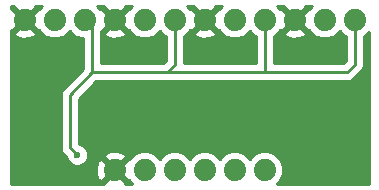
<source format=gbl>
G04 #@! TF.FileFunction,Copper,L2,Bot,Signal*
%FSLAX46Y46*%
G04 Gerber Fmt 4.6, Leading zero omitted, Abs format (unit mm)*
G04 Created by KiCad (PCBNEW 4.0.6) date Wednesday, December 20, 2017 'PMt' 01:59:56 PM*
%MOMM*%
%LPD*%
G01*
G04 APERTURE LIST*
%ADD10C,0.100000*%
%ADD11C,1.879600*%
%ADD12C,0.600000*%
%ADD13C,0.250000*%
%ADD14C,0.254000*%
G04 APERTURE END LIST*
D10*
D11*
X165100000Y-114300000D03*
X162560000Y-114300000D03*
X160020000Y-114300000D03*
X157480000Y-114300000D03*
X154940000Y-114300000D03*
X152400000Y-114300000D03*
X149860000Y-101600000D03*
X147320000Y-101600000D03*
X144780000Y-101600000D03*
X157480000Y-101600000D03*
X154940000Y-101600000D03*
X152400000Y-101600000D03*
X165100000Y-101600000D03*
X162560000Y-101600000D03*
X160020000Y-101600000D03*
X172720000Y-101600000D03*
X170180000Y-101600000D03*
X167640000Y-101600000D03*
D12*
X160655000Y-107950000D03*
X168275000Y-107950000D03*
X148590000Y-105410000D03*
X147320000Y-113665000D03*
X170815000Y-113030000D03*
X163830000Y-112395000D03*
X158750000Y-112395000D03*
X147320000Y-111760000D03*
X149225000Y-113030000D03*
D13*
X167640000Y-107315000D02*
X166370000Y-107315000D01*
X168275000Y-107950000D02*
X167640000Y-107315000D01*
X147955000Y-104775000D02*
X147320000Y-104775000D01*
X148590000Y-105410000D02*
X147955000Y-104775000D01*
X148590000Y-107950000D02*
X150495000Y-106045000D01*
X148590000Y-112395000D02*
X148590000Y-107950000D01*
X149225000Y-113030000D02*
X148590000Y-112395000D01*
X172720000Y-101600000D02*
X172720000Y-105410000D01*
X172085000Y-106045000D02*
X165100000Y-106045000D01*
X172720000Y-105410000D02*
X172085000Y-106045000D01*
X165100000Y-101600000D02*
X165100000Y-106045000D01*
X165100000Y-106045000D02*
X156845000Y-106045000D01*
X157480000Y-101600000D02*
X157480000Y-105410000D01*
X156845000Y-106045000D02*
X150495000Y-106045000D01*
X157480000Y-105410000D02*
X156845000Y-106045000D01*
X150495000Y-106045000D02*
X150495000Y-102235000D01*
X150495000Y-102235000D02*
X149860000Y-101600000D01*
D14*
G36*
X143850637Y-100491032D02*
X144780000Y-101420395D01*
X145709363Y-100491032D01*
X145679228Y-100405000D01*
X146288038Y-100405000D01*
X145987399Y-100705115D01*
X145888968Y-100670637D01*
X144959605Y-101600000D01*
X145888968Y-102529363D01*
X145987964Y-102494687D01*
X146426783Y-102934272D01*
X147005379Y-103174526D01*
X147631873Y-103175073D01*
X148210887Y-102935829D01*
X148590273Y-102557104D01*
X148966783Y-102934272D01*
X149545379Y-103174526D01*
X149735000Y-103174692D01*
X149735000Y-105730198D01*
X148052599Y-107412599D01*
X147887852Y-107659161D01*
X147830000Y-107950000D01*
X147830000Y-112395000D01*
X147887852Y-112685839D01*
X148052599Y-112932401D01*
X148289878Y-113169680D01*
X148289838Y-113215167D01*
X148431883Y-113558943D01*
X148694673Y-113822192D01*
X149038201Y-113964838D01*
X149410167Y-113965162D01*
X149753943Y-113823117D01*
X150017192Y-113560327D01*
X150159838Y-113216799D01*
X150159860Y-113191032D01*
X151470637Y-113191032D01*
X152400000Y-114120395D01*
X153329363Y-113191032D01*
X153238077Y-112930420D01*
X152650167Y-112713955D01*
X152024172Y-112738951D01*
X151561923Y-112930420D01*
X151470637Y-113191032D01*
X150159860Y-113191032D01*
X150160162Y-112844833D01*
X150018117Y-112501057D01*
X149755327Y-112237808D01*
X149411799Y-112095162D01*
X149364923Y-112095121D01*
X149350000Y-112080198D01*
X149350000Y-108264802D01*
X150809802Y-106805000D01*
X172085000Y-106805000D01*
X172375839Y-106747148D01*
X172622401Y-106582401D01*
X173257401Y-105947401D01*
X173422148Y-105700839D01*
X173480000Y-105410000D01*
X173480000Y-102989910D01*
X173610887Y-102935829D01*
X173915000Y-102632246D01*
X173915000Y-115495000D01*
X166131962Y-115495000D01*
X166434272Y-115193217D01*
X166674526Y-114614621D01*
X166675073Y-113988127D01*
X166435829Y-113409113D01*
X165993217Y-112965728D01*
X165414621Y-112725474D01*
X164788127Y-112724927D01*
X164209113Y-112964171D01*
X163829727Y-113342896D01*
X163453217Y-112965728D01*
X162874621Y-112725474D01*
X162248127Y-112724927D01*
X161669113Y-112964171D01*
X161289727Y-113342896D01*
X160913217Y-112965728D01*
X160334621Y-112725474D01*
X159708127Y-112724927D01*
X159129113Y-112964171D01*
X158749727Y-113342896D01*
X158373217Y-112965728D01*
X157794621Y-112725474D01*
X157168127Y-112724927D01*
X156589113Y-112964171D01*
X156209727Y-113342896D01*
X155833217Y-112965728D01*
X155254621Y-112725474D01*
X154628127Y-112724927D01*
X154049113Y-112964171D01*
X153607399Y-113405115D01*
X153508968Y-113370637D01*
X152579605Y-114300000D01*
X153508968Y-115229363D01*
X153607964Y-115194687D01*
X153907754Y-115495000D01*
X153299228Y-115495000D01*
X153329363Y-115408968D01*
X152400000Y-114479605D01*
X151470637Y-115408968D01*
X151500772Y-115495000D01*
X143585000Y-115495000D01*
X143585000Y-114049833D01*
X150813955Y-114049833D01*
X150838951Y-114675828D01*
X151030420Y-115138077D01*
X151291032Y-115229363D01*
X152220395Y-114300000D01*
X151291032Y-113370637D01*
X151030420Y-113461923D01*
X150813955Y-114049833D01*
X143585000Y-114049833D01*
X143585000Y-102708968D01*
X143850637Y-102708968D01*
X143941923Y-102969580D01*
X144529833Y-103186045D01*
X145155828Y-103161049D01*
X145618077Y-102969580D01*
X145709363Y-102708968D01*
X144780000Y-101779605D01*
X143850637Y-102708968D01*
X143585000Y-102708968D01*
X143585000Y-102499228D01*
X143671032Y-102529363D01*
X144600395Y-101600000D01*
X143671032Y-100670637D01*
X143585000Y-100700772D01*
X143585000Y-100405000D01*
X143880772Y-100405000D01*
X143850637Y-100491032D01*
X143850637Y-100491032D01*
G37*
X143850637Y-100491032D02*
X144780000Y-101420395D01*
X145709363Y-100491032D01*
X145679228Y-100405000D01*
X146288038Y-100405000D01*
X145987399Y-100705115D01*
X145888968Y-100670637D01*
X144959605Y-101600000D01*
X145888968Y-102529363D01*
X145987964Y-102494687D01*
X146426783Y-102934272D01*
X147005379Y-103174526D01*
X147631873Y-103175073D01*
X148210887Y-102935829D01*
X148590273Y-102557104D01*
X148966783Y-102934272D01*
X149545379Y-103174526D01*
X149735000Y-103174692D01*
X149735000Y-105730198D01*
X148052599Y-107412599D01*
X147887852Y-107659161D01*
X147830000Y-107950000D01*
X147830000Y-112395000D01*
X147887852Y-112685839D01*
X148052599Y-112932401D01*
X148289878Y-113169680D01*
X148289838Y-113215167D01*
X148431883Y-113558943D01*
X148694673Y-113822192D01*
X149038201Y-113964838D01*
X149410167Y-113965162D01*
X149753943Y-113823117D01*
X150017192Y-113560327D01*
X150159838Y-113216799D01*
X150159860Y-113191032D01*
X151470637Y-113191032D01*
X152400000Y-114120395D01*
X153329363Y-113191032D01*
X153238077Y-112930420D01*
X152650167Y-112713955D01*
X152024172Y-112738951D01*
X151561923Y-112930420D01*
X151470637Y-113191032D01*
X150159860Y-113191032D01*
X150160162Y-112844833D01*
X150018117Y-112501057D01*
X149755327Y-112237808D01*
X149411799Y-112095162D01*
X149364923Y-112095121D01*
X149350000Y-112080198D01*
X149350000Y-108264802D01*
X150809802Y-106805000D01*
X172085000Y-106805000D01*
X172375839Y-106747148D01*
X172622401Y-106582401D01*
X173257401Y-105947401D01*
X173422148Y-105700839D01*
X173480000Y-105410000D01*
X173480000Y-102989910D01*
X173610887Y-102935829D01*
X173915000Y-102632246D01*
X173915000Y-115495000D01*
X166131962Y-115495000D01*
X166434272Y-115193217D01*
X166674526Y-114614621D01*
X166675073Y-113988127D01*
X166435829Y-113409113D01*
X165993217Y-112965728D01*
X165414621Y-112725474D01*
X164788127Y-112724927D01*
X164209113Y-112964171D01*
X163829727Y-113342896D01*
X163453217Y-112965728D01*
X162874621Y-112725474D01*
X162248127Y-112724927D01*
X161669113Y-112964171D01*
X161289727Y-113342896D01*
X160913217Y-112965728D01*
X160334621Y-112725474D01*
X159708127Y-112724927D01*
X159129113Y-112964171D01*
X158749727Y-113342896D01*
X158373217Y-112965728D01*
X157794621Y-112725474D01*
X157168127Y-112724927D01*
X156589113Y-112964171D01*
X156209727Y-113342896D01*
X155833217Y-112965728D01*
X155254621Y-112725474D01*
X154628127Y-112724927D01*
X154049113Y-112964171D01*
X153607399Y-113405115D01*
X153508968Y-113370637D01*
X152579605Y-114300000D01*
X153508968Y-115229363D01*
X153607964Y-115194687D01*
X153907754Y-115495000D01*
X153299228Y-115495000D01*
X153329363Y-115408968D01*
X152400000Y-114479605D01*
X151470637Y-115408968D01*
X151500772Y-115495000D01*
X143585000Y-115495000D01*
X143585000Y-114049833D01*
X150813955Y-114049833D01*
X150838951Y-114675828D01*
X151030420Y-115138077D01*
X151291032Y-115229363D01*
X152220395Y-114300000D01*
X151291032Y-113370637D01*
X151030420Y-113461923D01*
X150813955Y-114049833D01*
X143585000Y-114049833D01*
X143585000Y-102708968D01*
X143850637Y-102708968D01*
X143941923Y-102969580D01*
X144529833Y-103186045D01*
X145155828Y-103161049D01*
X145618077Y-102969580D01*
X145709363Y-102708968D01*
X144780000Y-101779605D01*
X143850637Y-102708968D01*
X143585000Y-102708968D01*
X143585000Y-102499228D01*
X143671032Y-102529363D01*
X144600395Y-101600000D01*
X143671032Y-100670637D01*
X143585000Y-100700772D01*
X143585000Y-100405000D01*
X143880772Y-100405000D01*
X143850637Y-100491032D01*
G36*
X159090637Y-100491032D02*
X160020000Y-101420395D01*
X160949363Y-100491032D01*
X160919228Y-100405000D01*
X161528038Y-100405000D01*
X161227399Y-100705115D01*
X161128968Y-100670637D01*
X160199605Y-101600000D01*
X161128968Y-102529363D01*
X161227964Y-102494687D01*
X161666783Y-102934272D01*
X162245379Y-103174526D01*
X162871873Y-103175073D01*
X163450887Y-102935829D01*
X163830273Y-102557104D01*
X164206783Y-102934272D01*
X164340000Y-102989589D01*
X164340000Y-105285000D01*
X158240000Y-105285000D01*
X158240000Y-102989910D01*
X158370887Y-102935829D01*
X158598144Y-102708968D01*
X159090637Y-102708968D01*
X159181923Y-102969580D01*
X159769833Y-103186045D01*
X160395828Y-103161049D01*
X160858077Y-102969580D01*
X160949363Y-102708968D01*
X160020000Y-101779605D01*
X159090637Y-102708968D01*
X158598144Y-102708968D01*
X158812601Y-102494885D01*
X158911032Y-102529363D01*
X159840395Y-101600000D01*
X158911032Y-100670637D01*
X158812036Y-100705313D01*
X158512246Y-100405000D01*
X159120772Y-100405000D01*
X159090637Y-100491032D01*
X159090637Y-100491032D01*
G37*
X159090637Y-100491032D02*
X160020000Y-101420395D01*
X160949363Y-100491032D01*
X160919228Y-100405000D01*
X161528038Y-100405000D01*
X161227399Y-100705115D01*
X161128968Y-100670637D01*
X160199605Y-101600000D01*
X161128968Y-102529363D01*
X161227964Y-102494687D01*
X161666783Y-102934272D01*
X162245379Y-103174526D01*
X162871873Y-103175073D01*
X163450887Y-102935829D01*
X163830273Y-102557104D01*
X164206783Y-102934272D01*
X164340000Y-102989589D01*
X164340000Y-105285000D01*
X158240000Y-105285000D01*
X158240000Y-102989910D01*
X158370887Y-102935829D01*
X158598144Y-102708968D01*
X159090637Y-102708968D01*
X159181923Y-102969580D01*
X159769833Y-103186045D01*
X160395828Y-103161049D01*
X160858077Y-102969580D01*
X160949363Y-102708968D01*
X160020000Y-101779605D01*
X159090637Y-102708968D01*
X158598144Y-102708968D01*
X158812601Y-102494885D01*
X158911032Y-102529363D01*
X159840395Y-101600000D01*
X158911032Y-100670637D01*
X158812036Y-100705313D01*
X158512246Y-100405000D01*
X159120772Y-100405000D01*
X159090637Y-100491032D01*
G36*
X166710637Y-100491032D02*
X167640000Y-101420395D01*
X168569363Y-100491032D01*
X168539228Y-100405000D01*
X169148038Y-100405000D01*
X168847399Y-100705115D01*
X168748968Y-100670637D01*
X167819605Y-101600000D01*
X168748968Y-102529363D01*
X168847964Y-102494687D01*
X169286783Y-102934272D01*
X169865379Y-103174526D01*
X170491873Y-103175073D01*
X171070887Y-102935829D01*
X171450273Y-102557104D01*
X171826783Y-102934272D01*
X171960000Y-102989589D01*
X171960000Y-105095198D01*
X171770198Y-105285000D01*
X165860000Y-105285000D01*
X165860000Y-102989910D01*
X165990887Y-102935829D01*
X166218144Y-102708968D01*
X166710637Y-102708968D01*
X166801923Y-102969580D01*
X167389833Y-103186045D01*
X168015828Y-103161049D01*
X168478077Y-102969580D01*
X168569363Y-102708968D01*
X167640000Y-101779605D01*
X166710637Y-102708968D01*
X166218144Y-102708968D01*
X166432601Y-102494885D01*
X166531032Y-102529363D01*
X167460395Y-101600000D01*
X166531032Y-100670637D01*
X166432036Y-100705313D01*
X166132246Y-100405000D01*
X166740772Y-100405000D01*
X166710637Y-100491032D01*
X166710637Y-100491032D01*
G37*
X166710637Y-100491032D02*
X167640000Y-101420395D01*
X168569363Y-100491032D01*
X168539228Y-100405000D01*
X169148038Y-100405000D01*
X168847399Y-100705115D01*
X168748968Y-100670637D01*
X167819605Y-101600000D01*
X168748968Y-102529363D01*
X168847964Y-102494687D01*
X169286783Y-102934272D01*
X169865379Y-103174526D01*
X170491873Y-103175073D01*
X171070887Y-102935829D01*
X171450273Y-102557104D01*
X171826783Y-102934272D01*
X171960000Y-102989589D01*
X171960000Y-105095198D01*
X171770198Y-105285000D01*
X165860000Y-105285000D01*
X165860000Y-102989910D01*
X165990887Y-102935829D01*
X166218144Y-102708968D01*
X166710637Y-102708968D01*
X166801923Y-102969580D01*
X167389833Y-103186045D01*
X168015828Y-103161049D01*
X168478077Y-102969580D01*
X168569363Y-102708968D01*
X167640000Y-101779605D01*
X166710637Y-102708968D01*
X166218144Y-102708968D01*
X166432601Y-102494885D01*
X166531032Y-102529363D01*
X167460395Y-101600000D01*
X166531032Y-100670637D01*
X166432036Y-100705313D01*
X166132246Y-100405000D01*
X166740772Y-100405000D01*
X166710637Y-100491032D01*
G36*
X151470637Y-100491032D02*
X152400000Y-101420395D01*
X153329363Y-100491032D01*
X153299228Y-100405000D01*
X153908038Y-100405000D01*
X153607399Y-100705115D01*
X153508968Y-100670637D01*
X152579605Y-101600000D01*
X153508968Y-102529363D01*
X153607964Y-102494687D01*
X154046783Y-102934272D01*
X154625379Y-103174526D01*
X155251873Y-103175073D01*
X155830887Y-102935829D01*
X156210273Y-102557104D01*
X156586783Y-102934272D01*
X156720000Y-102989589D01*
X156720000Y-105095198D01*
X156530198Y-105285000D01*
X151255000Y-105285000D01*
X151255000Y-102708968D01*
X151470637Y-102708968D01*
X151561923Y-102969580D01*
X152149833Y-103186045D01*
X152775828Y-103161049D01*
X153238077Y-102969580D01*
X153329363Y-102708968D01*
X152400000Y-101779605D01*
X151470637Y-102708968D01*
X151255000Y-102708968D01*
X151255000Y-102516742D01*
X151291032Y-102529363D01*
X152220395Y-101600000D01*
X151291032Y-100670637D01*
X151192036Y-100705313D01*
X150892246Y-100405000D01*
X151500772Y-100405000D01*
X151470637Y-100491032D01*
X151470637Y-100491032D01*
G37*
X151470637Y-100491032D02*
X152400000Y-101420395D01*
X153329363Y-100491032D01*
X153299228Y-100405000D01*
X153908038Y-100405000D01*
X153607399Y-100705115D01*
X153508968Y-100670637D01*
X152579605Y-101600000D01*
X153508968Y-102529363D01*
X153607964Y-102494687D01*
X154046783Y-102934272D01*
X154625379Y-103174526D01*
X155251873Y-103175073D01*
X155830887Y-102935829D01*
X156210273Y-102557104D01*
X156586783Y-102934272D01*
X156720000Y-102989589D01*
X156720000Y-105095198D01*
X156530198Y-105285000D01*
X151255000Y-105285000D01*
X151255000Y-102708968D01*
X151470637Y-102708968D01*
X151561923Y-102969580D01*
X152149833Y-103186045D01*
X152775828Y-103161049D01*
X153238077Y-102969580D01*
X153329363Y-102708968D01*
X152400000Y-101779605D01*
X151470637Y-102708968D01*
X151255000Y-102708968D01*
X151255000Y-102516742D01*
X151291032Y-102529363D01*
X152220395Y-101600000D01*
X151291032Y-100670637D01*
X151192036Y-100705313D01*
X150892246Y-100405000D01*
X151500772Y-100405000D01*
X151470637Y-100491032D01*
M02*

</source>
